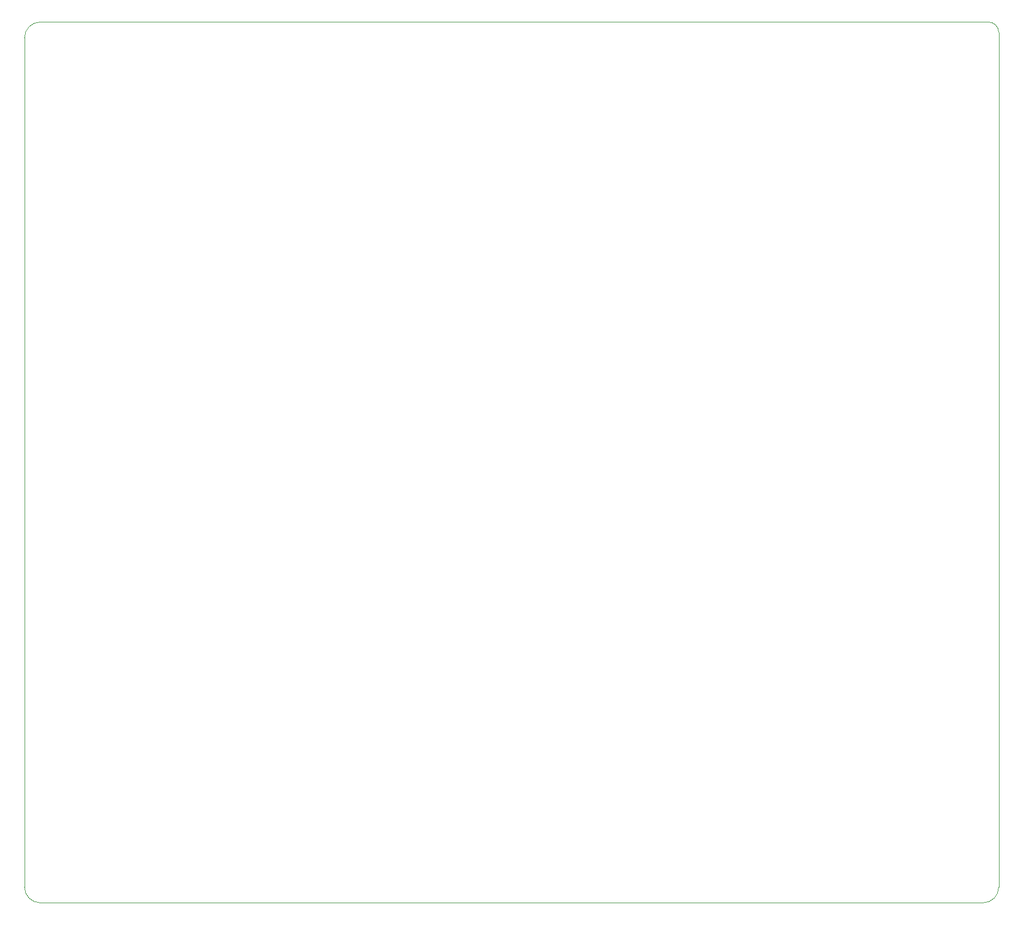
<source format=gm1>
G04 #@! TF.GenerationSoftware,KiCad,Pcbnew,5.1.6*
G04 #@! TF.CreationDate,2020-09-17T01:01:23+03:00*
G04 #@! TF.ProjectId,StabTester,53746162-5465-4737-9465-722e6b696361,rev?*
G04 #@! TF.SameCoordinates,Original*
G04 #@! TF.FileFunction,Profile,NP*
%FSLAX46Y46*%
G04 Gerber Fmt 4.6, Leading zero omitted, Abs format (unit mm)*
G04 Created by KiCad (PCBNEW 5.1.6) date 2020-09-17 01:01:23*
%MOMM*%
%LPD*%
G01*
G04 APERTURE LIST*
G04 #@! TA.AperFunction,Profile*
%ADD10C,0.050000*%
G04 #@! TD*
G04 APERTURE END LIST*
D10*
X209550000Y-32543750D02*
X65881250Y-32543750D01*
X211137500Y-163512500D02*
X211137500Y-34131250D01*
X203200000Y-165893750D02*
X208756250Y-165893750D01*
X211137500Y-163512500D02*
G75*
G02*
X208756250Y-165893750I-2381250J0D01*
G01*
X209550000Y-32543750D02*
G75*
G02*
X211137500Y-34131250I0J-1587500D01*
G01*
X63500000Y-163512500D02*
X63500000Y-34925000D01*
X203200000Y-165893750D02*
X65881250Y-165893750D01*
X65881250Y-165893750D02*
G75*
G02*
X63500000Y-163512500I0J2381250D01*
G01*
X63500000Y-34925000D02*
G75*
G02*
X65881250Y-32543750I2381250J0D01*
G01*
M02*

</source>
